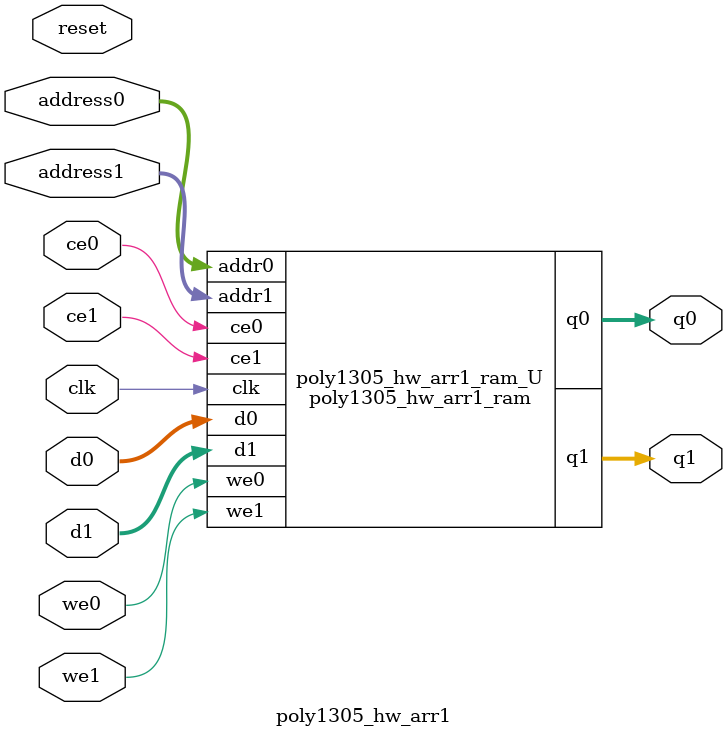
<source format=v>
`timescale 1 ns / 1 ps
module poly1305_hw_arr1_ram (addr0, ce0, d0, we0, q0, addr1, ce1, d1, we1, q1,  clk);

parameter DWIDTH = 32;
parameter AWIDTH = 6;
parameter MEM_SIZE = 33;

input[AWIDTH-1:0] addr0;
input ce0;
input[DWIDTH-1:0] d0;
input we0;
output reg[DWIDTH-1:0] q0;
input[AWIDTH-1:0] addr1;
input ce1;
input[DWIDTH-1:0] d1;
input we1;
output reg[DWIDTH-1:0] q1;
input clk;

(* ram_style = "block" *)reg [DWIDTH-1:0] ram[0:MEM_SIZE-1];




always @(posedge clk)  
begin 
    if (ce0) 
    begin
        if (we0) 
        begin 
            ram[addr0] <= d0; 
        end 
        q0 <= ram[addr0];
    end
end


always @(posedge clk)  
begin 
    if (ce1) 
    begin
        if (we1) 
        begin 
            ram[addr1] <= d1; 
        end 
        q1 <= ram[addr1];
    end
end


endmodule

`timescale 1 ns / 1 ps
module poly1305_hw_arr1(
    reset,
    clk,
    address0,
    ce0,
    we0,
    d0,
    q0,
    address1,
    ce1,
    we1,
    d1,
    q1);

parameter DataWidth = 32'd32;
parameter AddressRange = 32'd33;
parameter AddressWidth = 32'd6;
input reset;
input clk;
input[AddressWidth - 1:0] address0;
input ce0;
input we0;
input[DataWidth - 1:0] d0;
output[DataWidth - 1:0] q0;
input[AddressWidth - 1:0] address1;
input ce1;
input we1;
input[DataWidth - 1:0] d1;
output[DataWidth - 1:0] q1;



poly1305_hw_arr1_ram poly1305_hw_arr1_ram_U(
    .clk( clk ),
    .addr0( address0 ),
    .ce0( ce0 ),
    .we0( we0 ),
    .d0( d0 ),
    .q0( q0 ),
    .addr1( address1 ),
    .ce1( ce1 ),
    .we1( we1 ),
    .d1( d1 ),
    .q1( q1 ));

endmodule


</source>
